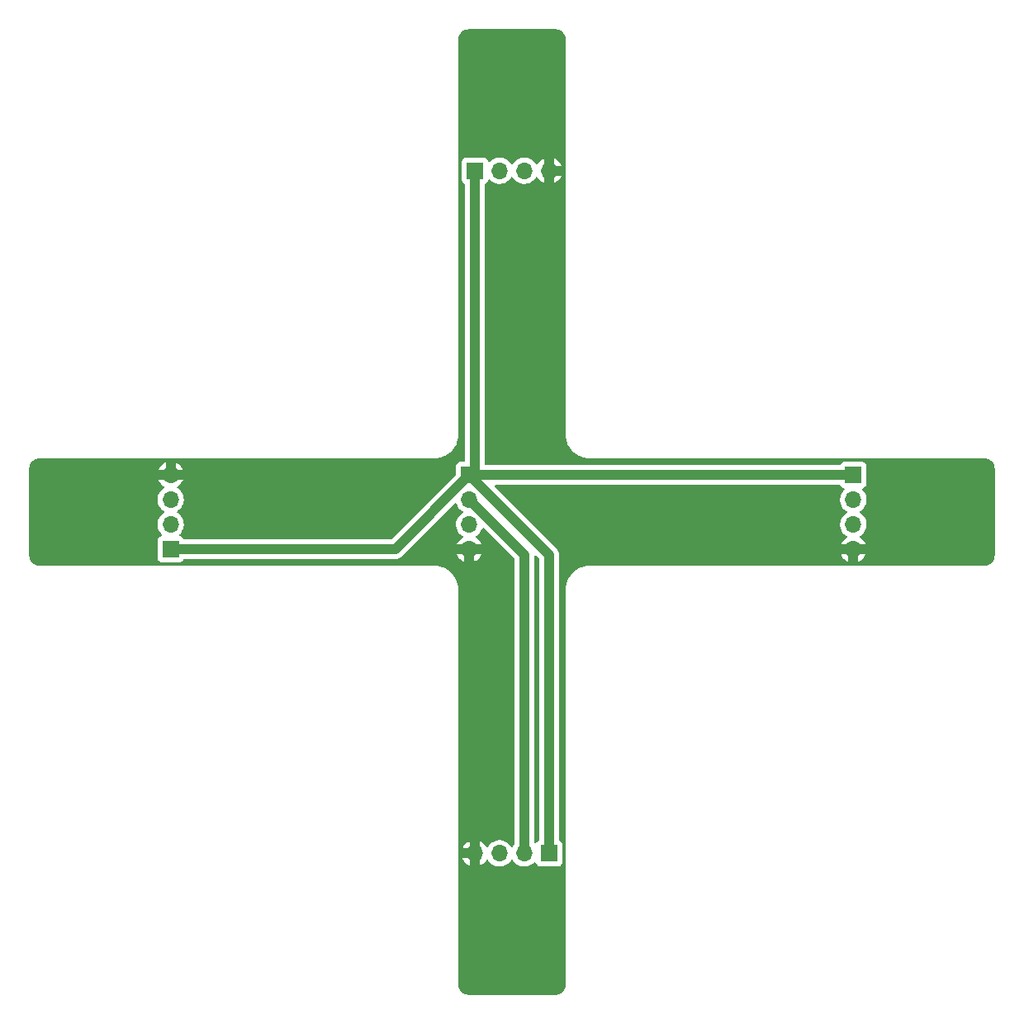
<source format=gbr>
%TF.GenerationSoftware,KiCad,Pcbnew,(6.0.0)*%
%TF.CreationDate,2022-11-17T23:24:07+01:00*%
%TF.ProjectId,Mora,4d6f7261-2e6b-4696-9361-645f70636258,rev?*%
%TF.SameCoordinates,Original*%
%TF.FileFunction,Copper,L1,Top*%
%TF.FilePolarity,Positive*%
%FSLAX46Y46*%
G04 Gerber Fmt 4.6, Leading zero omitted, Abs format (unit mm)*
G04 Created by KiCad (PCBNEW (6.0.0)) date 2022-11-17 23:24:07*
%MOMM*%
%LPD*%
G01*
G04 APERTURE LIST*
%TA.AperFunction,ComponentPad*%
%ADD10R,1.700000X1.700000*%
%TD*%
%TA.AperFunction,ComponentPad*%
%ADD11O,1.700000X1.700000*%
%TD*%
%TA.AperFunction,Conductor*%
%ADD12C,1.000000*%
%TD*%
G04 APERTURE END LIST*
D10*
%TO.P,M5,1,PWM*%
%TO.N,Net-(M1-Pad1)*%
X134199999Y-43000000D03*
D11*
%TO.P,M5,2,Tacho*%
%TO.N,unconnected-(M5-Pad2)*%
X136739999Y-43000000D03*
%TO.P,M5,3,12V*%
%TO.N,+12V*%
X139279999Y-43000000D03*
%TO.P,M5,4,GND*%
%TO.N,GND*%
X141819999Y-43000000D03*
%TD*%
D10*
%TO.P,M4,1,PWM*%
%TO.N,Net-(M1-Pad1)*%
X102999999Y-81800000D03*
D11*
%TO.P,M4,2,Tacho*%
%TO.N,unconnected-(M4-Pad2)*%
X102999999Y-79260000D03*
%TO.P,M4,3,12V*%
%TO.N,+12V*%
X102999999Y-76720000D03*
%TO.P,M4,4,GND*%
%TO.N,GND*%
X102999999Y-74180000D03*
%TD*%
%TO.P,M3,4,GND*%
%TO.N,GND*%
X134179999Y-113000000D03*
%TO.P,M3,3,12V*%
%TO.N,+12V*%
X136719999Y-113000000D03*
%TO.P,M3,2,Tacho*%
%TO.N,Net-(M1-Pad2)*%
X139259999Y-113000000D03*
D10*
%TO.P,M3,1,PWM*%
%TO.N,Net-(M1-Pad1)*%
X141799999Y-113000000D03*
%TD*%
D11*
%TO.P,M2,4,GND*%
%TO.N,GND*%
X172999999Y-81820000D03*
%TO.P,M2,3,12V*%
%TO.N,+12V*%
X172999999Y-79280000D03*
%TO.P,M2,2,Tacho*%
%TO.N,unconnected-(M2-Pad2)*%
X172999999Y-76740000D03*
D10*
%TO.P,M2,1,PWM*%
%TO.N,Net-(M1-Pad1)*%
X172999999Y-74200000D03*
%TD*%
D11*
%TO.P,M1,4,GND*%
%TO.N,GND*%
X133624999Y-81820000D03*
%TO.P,M1,3,12V*%
%TO.N,+12V*%
X133624999Y-79280000D03*
%TO.P,M1,2,Tacho*%
%TO.N,Net-(M1-Pad2)*%
X133624999Y-76740000D03*
D10*
%TO.P,M1,1,PWM*%
%TO.N,Net-(M1-Pad1)*%
X133624999Y-74200000D03*
%TD*%
D12*
%TO.N,Net-(M1-Pad1)*%
X134199999Y-73625000D02*
X133624999Y-74200000D01*
X134199999Y-43000000D02*
X134199999Y-73625000D01*
X133624999Y-74200000D02*
X172999999Y-74200000D01*
X126024999Y-81800000D02*
X102999999Y-81800000D01*
X141799999Y-82375000D02*
X141799999Y-113000000D01*
%TO.N,Net-(M1-Pad2)*%
X139259999Y-82375000D02*
X139259999Y-113000000D01*
X133624999Y-76740000D02*
X139259999Y-82375000D01*
%TO.N,Net-(M1-Pad1)*%
X133624999Y-74200000D02*
X141799999Y-82375000D01*
X126024999Y-81800000D02*
X133624999Y-74200000D01*
%TD*%
%TA.AperFunction,Conductor*%
%TO.N,GND*%
G36*
X142470056Y-28509500D02*
G01*
X142484857Y-28511805D01*
X142484860Y-28511805D01*
X142493729Y-28513186D01*
X142506377Y-28511532D01*
X142533691Y-28510948D01*
X142612681Y-28517859D01*
X142661280Y-28522111D01*
X142682903Y-28525923D01*
X142795887Y-28556197D01*
X142828635Y-28564972D01*
X142849274Y-28572484D01*
X142986009Y-28636245D01*
X143005029Y-28647227D01*
X143128617Y-28733764D01*
X143145442Y-28747882D01*
X143252117Y-28854557D01*
X143266235Y-28871382D01*
X143352772Y-28994970D01*
X143363754Y-29013990D01*
X143427515Y-29150725D01*
X143435027Y-29171364D01*
X143474075Y-29317092D01*
X143477889Y-29338722D01*
X143488448Y-29459419D01*
X143487895Y-29475879D01*
X143488304Y-29475884D01*
X143488194Y-29484858D01*
X143486813Y-29493730D01*
X143487977Y-29502632D01*
X143487977Y-29502635D01*
X143490935Y-29525251D01*
X143491999Y-29541589D01*
X143491999Y-69946793D01*
X143490253Y-69967697D01*
X143486928Y-69987461D01*
X143486775Y-70000000D01*
X143487465Y-70004815D01*
X143487626Y-70007290D01*
X143488194Y-70012885D01*
X143489055Y-70027120D01*
X143505734Y-70302858D01*
X143560426Y-70601301D01*
X143650692Y-70890975D01*
X143652254Y-70894445D01*
X143652256Y-70894451D01*
X143712954Y-71029315D01*
X143775216Y-71167656D01*
X143777185Y-71170913D01*
X143777187Y-71170917D01*
X143889782Y-71357171D01*
X143932183Y-71427311D01*
X143934524Y-71430299D01*
X143934526Y-71430302D01*
X143980924Y-71489524D01*
X144119303Y-71666152D01*
X144333847Y-71880696D01*
X144572688Y-72067816D01*
X144638329Y-72107497D01*
X144829082Y-72222812D01*
X144829086Y-72222814D01*
X144832343Y-72224783D01*
X144943885Y-72274984D01*
X145105548Y-72347743D01*
X145105554Y-72347745D01*
X145109024Y-72349307D01*
X145398698Y-72439573D01*
X145697141Y-72494265D01*
X145700932Y-72494494D01*
X145700938Y-72494495D01*
X145878994Y-72505264D01*
X145969212Y-72510721D01*
X145982516Y-72512239D01*
X145987460Y-72513071D01*
X145993937Y-72513150D01*
X145995140Y-72513165D01*
X145995144Y-72513165D01*
X145999999Y-72513224D01*
X146027587Y-72509273D01*
X146045450Y-72508000D01*
X186450671Y-72508000D01*
X186470056Y-72509500D01*
X186484857Y-72511805D01*
X186484860Y-72511805D01*
X186493729Y-72513186D01*
X186506377Y-72511532D01*
X186533691Y-72510948D01*
X186612681Y-72517859D01*
X186661280Y-72522111D01*
X186682903Y-72525923D01*
X186795887Y-72556197D01*
X186828635Y-72564972D01*
X186849274Y-72572484D01*
X186986009Y-72636245D01*
X187005029Y-72647227D01*
X187128617Y-72733764D01*
X187145442Y-72747882D01*
X187252117Y-72854557D01*
X187266235Y-72871382D01*
X187352772Y-72994970D01*
X187363754Y-73013990D01*
X187427515Y-73150725D01*
X187435027Y-73171364D01*
X187443802Y-73204112D01*
X187470911Y-73305283D01*
X187474075Y-73317092D01*
X187477888Y-73338719D01*
X187481728Y-73382609D01*
X187488448Y-73459419D01*
X187487895Y-73475879D01*
X187488304Y-73475884D01*
X187488194Y-73484858D01*
X187486813Y-73493730D01*
X187487977Y-73502632D01*
X187487977Y-73502635D01*
X187490935Y-73525251D01*
X187491999Y-73541589D01*
X187491999Y-82450672D01*
X187490499Y-82470057D01*
X187488369Y-82483738D01*
X187486813Y-82493730D01*
X187488392Y-82505803D01*
X187488467Y-82506375D01*
X187489051Y-82533692D01*
X187482140Y-82612682D01*
X187478876Y-82650001D01*
X187477889Y-82661278D01*
X187474076Y-82682904D01*
X187458072Y-82742630D01*
X187435027Y-82828636D01*
X187427515Y-82849275D01*
X187363754Y-82986010D01*
X187352772Y-83005030D01*
X187266235Y-83128618D01*
X187252117Y-83145443D01*
X187145442Y-83252118D01*
X187128617Y-83266236D01*
X187005029Y-83352773D01*
X186986009Y-83363755D01*
X186849274Y-83427516D01*
X186828634Y-83435028D01*
X186682903Y-83474077D01*
X186661280Y-83477889D01*
X186617390Y-83481729D01*
X186540580Y-83488449D01*
X186524120Y-83487896D01*
X186524115Y-83488305D01*
X186515141Y-83488195D01*
X186506269Y-83486814D01*
X186497367Y-83487978D01*
X186497364Y-83487978D01*
X186474748Y-83490936D01*
X186458410Y-83492000D01*
X146053206Y-83492000D01*
X146032302Y-83490254D01*
X146024105Y-83488875D01*
X146012538Y-83486929D01*
X146006210Y-83486852D01*
X146004858Y-83486835D01*
X146004854Y-83486835D01*
X145999999Y-83486776D01*
X145995184Y-83487466D01*
X145992709Y-83487627D01*
X145987114Y-83488195D01*
X145700937Y-83505505D01*
X145700931Y-83505506D01*
X145697141Y-83505735D01*
X145398698Y-83560427D01*
X145109024Y-83650693D01*
X145105554Y-83652255D01*
X145105548Y-83652257D01*
X144970684Y-83712955D01*
X144832343Y-83775217D01*
X144829086Y-83777186D01*
X144829082Y-83777188D01*
X144638329Y-83892503D01*
X144572688Y-83932184D01*
X144333847Y-84119304D01*
X144119303Y-84333848D01*
X143992976Y-84495093D01*
X143934526Y-84569698D01*
X143934524Y-84569701D01*
X143932183Y-84572689D01*
X143930216Y-84575943D01*
X143777187Y-84829083D01*
X143777185Y-84829087D01*
X143775216Y-84832344D01*
X143712954Y-84970685D01*
X143689433Y-85022947D01*
X143650692Y-85109025D01*
X143560426Y-85398699D01*
X143505734Y-85697142D01*
X143505505Y-85700933D01*
X143505504Y-85700939D01*
X143489278Y-85969210D01*
X143487760Y-85982517D01*
X143486928Y-85987461D01*
X143486775Y-86000000D01*
X143487465Y-86004815D01*
X143490726Y-86027588D01*
X143491999Y-86045451D01*
X143491999Y-126450672D01*
X143490499Y-126470056D01*
X143486813Y-126493730D01*
X143488453Y-126506270D01*
X143488467Y-126506375D01*
X143489051Y-126533692D01*
X143477889Y-126661278D01*
X143474075Y-126682908D01*
X143435027Y-126828636D01*
X143427515Y-126849275D01*
X143363754Y-126986010D01*
X143352772Y-127005030D01*
X143266235Y-127128618D01*
X143252117Y-127145443D01*
X143145442Y-127252118D01*
X143128617Y-127266236D01*
X143005029Y-127352773D01*
X142986009Y-127363755D01*
X142849274Y-127427516D01*
X142828634Y-127435028D01*
X142682903Y-127474077D01*
X142661280Y-127477889D01*
X142617390Y-127481729D01*
X142540580Y-127488449D01*
X142524120Y-127487896D01*
X142524115Y-127488305D01*
X142515141Y-127488195D01*
X142506269Y-127486814D01*
X142497367Y-127487978D01*
X142497364Y-127487978D01*
X142474748Y-127490936D01*
X142458410Y-127492000D01*
X133549327Y-127492000D01*
X133529942Y-127490500D01*
X133515141Y-127488195D01*
X133515138Y-127488195D01*
X133506269Y-127486814D01*
X133493621Y-127488468D01*
X133466307Y-127489052D01*
X133387317Y-127482141D01*
X133338718Y-127477889D01*
X133317095Y-127474077D01*
X133171364Y-127435028D01*
X133150724Y-127427516D01*
X133013989Y-127363755D01*
X132994969Y-127352773D01*
X132871381Y-127266236D01*
X132854556Y-127252118D01*
X132747881Y-127145443D01*
X132733763Y-127128618D01*
X132647226Y-127005030D01*
X132636244Y-126986010D01*
X132572483Y-126849275D01*
X132564971Y-126828636D01*
X132525923Y-126682908D01*
X132522109Y-126661278D01*
X132511550Y-126540581D01*
X132512103Y-126524121D01*
X132511694Y-126524116D01*
X132511804Y-126515142D01*
X132513185Y-126506270D01*
X132511546Y-126493730D01*
X132509063Y-126474749D01*
X132507999Y-126458411D01*
X132507999Y-113509376D01*
X132921071Y-113509376D01*
X132961769Y-113609603D01*
X132966412Y-113618794D01*
X133077693Y-113800388D01*
X133083776Y-113808699D01*
X133223212Y-113969667D01*
X133230579Y-113976883D01*
X133394433Y-114112916D01*
X133402880Y-114118831D01*
X133586755Y-114226279D01*
X133596042Y-114230729D01*
X133663077Y-114256327D01*
X133677133Y-114257442D01*
X133679999Y-114252290D01*
X133679999Y-113518115D01*
X133675524Y-113502876D01*
X133674134Y-113501671D01*
X133666451Y-113500000D01*
X132935379Y-113500000D01*
X132921848Y-113503973D01*
X132921071Y-113509376D01*
X132507999Y-113509376D01*
X132507999Y-112497513D01*
X132920375Y-112497513D01*
X132924192Y-112500000D01*
X133661884Y-112500000D01*
X133677123Y-112495525D01*
X133678328Y-112494135D01*
X133679999Y-112486452D01*
X133679999Y-111752766D01*
X133676026Y-111739235D01*
X133669044Y-111738231D01*
X133656867Y-111742212D01*
X133647358Y-111746209D01*
X133458462Y-111844542D01*
X133449737Y-111850036D01*
X133279432Y-111977905D01*
X133271725Y-111984748D01*
X133124589Y-112138717D01*
X133118103Y-112146727D01*
X132998097Y-112322649D01*
X132992999Y-112331623D01*
X132922468Y-112483570D01*
X132920375Y-112497513D01*
X132507999Y-112497513D01*
X132507999Y-86053208D01*
X132509745Y-86032304D01*
X132512263Y-86017336D01*
X132513070Y-86012540D01*
X132513223Y-86000001D01*
X132512533Y-85995186D01*
X132512372Y-85992711D01*
X132511804Y-85987116D01*
X132494494Y-85700939D01*
X132494493Y-85700933D01*
X132494264Y-85697143D01*
X132439572Y-85398700D01*
X132433808Y-85380201D01*
X132350439Y-85112662D01*
X132350439Y-85112661D01*
X132349306Y-85109026D01*
X132347742Y-85105549D01*
X132242819Y-84872422D01*
X132224782Y-84832345D01*
X132171890Y-84744850D01*
X132069782Y-84575944D01*
X132067815Y-84572690D01*
X132021107Y-84513071D01*
X131900502Y-84359131D01*
X131880695Y-84333849D01*
X131666151Y-84119305D01*
X131430300Y-83934527D01*
X131430298Y-83934526D01*
X131427310Y-83932185D01*
X131361669Y-83892504D01*
X131170916Y-83777189D01*
X131170912Y-83777187D01*
X131167655Y-83775218D01*
X131029315Y-83712956D01*
X130894450Y-83652258D01*
X130894444Y-83652256D01*
X130890974Y-83650694D01*
X130601300Y-83560428D01*
X130302857Y-83505736D01*
X130299066Y-83505507D01*
X130299060Y-83505506D01*
X130121004Y-83494737D01*
X130030786Y-83489280D01*
X130017482Y-83487762D01*
X130017339Y-83487738D01*
X130017340Y-83487738D01*
X130012538Y-83486930D01*
X130006061Y-83486851D01*
X130004858Y-83486836D01*
X130004854Y-83486836D01*
X129999999Y-83486777D01*
X129975721Y-83490254D01*
X129972411Y-83490728D01*
X129954548Y-83492001D01*
X110590252Y-83492001D01*
X89549327Y-83492000D01*
X89529942Y-83490500D01*
X89515141Y-83488195D01*
X89515138Y-83488195D01*
X89506269Y-83486814D01*
X89493621Y-83488468D01*
X89466307Y-83489052D01*
X89387317Y-83482141D01*
X89338718Y-83477889D01*
X89317095Y-83474077D01*
X89171364Y-83435028D01*
X89150724Y-83427516D01*
X89013989Y-83363755D01*
X88994969Y-83352773D01*
X88871381Y-83266236D01*
X88854556Y-83252118D01*
X88747881Y-83145443D01*
X88733763Y-83128618D01*
X88647226Y-83005030D01*
X88636244Y-82986010D01*
X88572483Y-82849275D01*
X88564971Y-82828636D01*
X88541926Y-82742630D01*
X88525922Y-82682904D01*
X88522109Y-82661278D01*
X88521123Y-82650001D01*
X88514467Y-82573924D01*
X88511550Y-82540581D01*
X88512103Y-82524121D01*
X88511694Y-82524116D01*
X88511804Y-82515142D01*
X88513185Y-82506270D01*
X88511546Y-82493730D01*
X88509063Y-82474749D01*
X88507999Y-82458411D01*
X88507999Y-79226695D01*
X101637250Y-79226695D01*
X101637547Y-79231848D01*
X101637547Y-79231851D01*
X101643010Y-79326590D01*
X101650109Y-79449715D01*
X101651246Y-79454761D01*
X101651247Y-79454767D01*
X101662948Y-79506686D01*
X101699221Y-79667639D01*
X101783265Y-79874616D01*
X101899986Y-80065088D01*
X102046249Y-80233938D01*
X102050229Y-80237242D01*
X102054980Y-80241187D01*
X102094615Y-80300090D01*
X102096112Y-80371071D01*
X102058996Y-80431593D01*
X102018723Y-80456112D01*
X101903294Y-80499385D01*
X101786738Y-80586739D01*
X101699384Y-80703295D01*
X101648254Y-80839684D01*
X101641499Y-80901866D01*
X101641499Y-82698134D01*
X101648254Y-82760316D01*
X101699384Y-82896705D01*
X101786738Y-83013261D01*
X101903294Y-83100615D01*
X102039683Y-83151745D01*
X102101865Y-83158500D01*
X103898133Y-83158500D01*
X103960315Y-83151745D01*
X104096704Y-83100615D01*
X104213260Y-83013261D01*
X104300614Y-82896705D01*
X104303766Y-82888296D01*
X104308076Y-82880425D01*
X104309740Y-82881336D01*
X104345662Y-82833510D01*
X104412223Y-82808807D01*
X104421008Y-82808500D01*
X125963156Y-82808500D01*
X125976763Y-82809237D01*
X126008261Y-82812659D01*
X126008266Y-82812659D01*
X126014387Y-82813324D01*
X126040637Y-82811027D01*
X126064387Y-82808950D01*
X126069213Y-82808621D01*
X126071685Y-82808500D01*
X126074768Y-82808500D01*
X126086737Y-82807326D01*
X126117505Y-82804310D01*
X126118818Y-82804188D01*
X126163083Y-82800315D01*
X126211412Y-82796087D01*
X126216531Y-82794600D01*
X126221832Y-82794080D01*
X126310833Y-82767209D01*
X126311966Y-82766874D01*
X126395413Y-82742630D01*
X126395417Y-82742628D01*
X126401335Y-82740909D01*
X126406067Y-82738456D01*
X126411168Y-82736916D01*
X126467787Y-82706812D01*
X126493259Y-82693269D01*
X126494425Y-82692657D01*
X126571452Y-82652729D01*
X126576925Y-82649892D01*
X126581088Y-82646569D01*
X126585795Y-82644066D01*
X126657917Y-82585245D01*
X126658773Y-82584554D01*
X126697972Y-82553262D01*
X126700476Y-82550758D01*
X126701194Y-82550116D01*
X126705527Y-82546415D01*
X126739061Y-82519065D01*
X126768287Y-82483737D01*
X126776276Y-82474958D01*
X126921858Y-82329376D01*
X132366071Y-82329376D01*
X132406769Y-82429603D01*
X132411412Y-82438794D01*
X132522693Y-82620388D01*
X132528776Y-82628699D01*
X132668212Y-82789667D01*
X132675579Y-82796883D01*
X132839433Y-82932916D01*
X132847880Y-82938831D01*
X133031755Y-83046279D01*
X133041042Y-83050729D01*
X133108077Y-83076327D01*
X133122133Y-83077442D01*
X133124999Y-83072290D01*
X133124999Y-83069221D01*
X134124999Y-83069221D01*
X134128972Y-83082752D01*
X134132841Y-83083308D01*
X134133866Y-83082992D01*
X134318094Y-82992739D01*
X134326944Y-82987464D01*
X134500327Y-82863792D01*
X134508199Y-82857139D01*
X134659051Y-82706812D01*
X134665729Y-82698965D01*
X134790002Y-82526020D01*
X134795312Y-82517183D01*
X134887249Y-82331164D01*
X134887323Y-82323233D01*
X134880415Y-82320000D01*
X134143114Y-82320000D01*
X134127875Y-82324475D01*
X134126670Y-82325865D01*
X134124999Y-82333548D01*
X134124999Y-83069221D01*
X133124999Y-83069221D01*
X133124999Y-82338115D01*
X133120524Y-82322876D01*
X133119134Y-82321671D01*
X133111451Y-82320000D01*
X132380379Y-82320000D01*
X132366848Y-82323973D01*
X132366071Y-82329376D01*
X126921858Y-82329376D01*
X129381405Y-79869829D01*
X132126152Y-77125081D01*
X132188464Y-77091055D01*
X132259279Y-77096120D01*
X132316115Y-77138667D01*
X132331990Y-77166772D01*
X132408265Y-77354616D01*
X132524986Y-77545088D01*
X132671249Y-77713938D01*
X132843125Y-77856632D01*
X132882218Y-77879476D01*
X132916444Y-77899476D01*
X132965168Y-77951114D01*
X132978239Y-78020897D01*
X132951508Y-78086669D01*
X132911054Y-78120027D01*
X132898606Y-78126507D01*
X132894473Y-78129610D01*
X132894470Y-78129612D01*
X132741623Y-78244373D01*
X132719964Y-78260635D01*
X132716392Y-78264373D01*
X132588312Y-78398401D01*
X132565628Y-78422138D01*
X132439742Y-78606680D01*
X132424002Y-78640590D01*
X132354971Y-78789305D01*
X132345687Y-78809305D01*
X132285988Y-79024570D01*
X132262250Y-79246695D01*
X132262547Y-79251848D01*
X132262547Y-79251851D01*
X132268010Y-79346590D01*
X132275109Y-79469715D01*
X132276246Y-79474761D01*
X132276247Y-79474767D01*
X132296118Y-79562939D01*
X132324221Y-79687639D01*
X132408265Y-79894616D01*
X132524986Y-80085088D01*
X132671249Y-80253938D01*
X132843125Y-80396632D01*
X132901761Y-80430896D01*
X132916954Y-80439774D01*
X132965678Y-80491412D01*
X132978749Y-80561195D01*
X132952018Y-80626967D01*
X132911561Y-80660327D01*
X132903456Y-80664546D01*
X132894737Y-80670036D01*
X132724432Y-80797905D01*
X132716725Y-80804748D01*
X132569589Y-80958717D01*
X132563103Y-80966727D01*
X132443097Y-81142649D01*
X132437999Y-81151623D01*
X132367468Y-81303570D01*
X132365375Y-81317513D01*
X132369192Y-81320000D01*
X134870375Y-81320000D01*
X134883906Y-81316027D01*
X134884616Y-81311089D01*
X134827971Y-81180814D01*
X134823104Y-81171739D01*
X134707425Y-80992926D01*
X134701135Y-80984757D01*
X134557805Y-80827240D01*
X134550272Y-80820215D01*
X134383138Y-80688222D01*
X134374555Y-80682520D01*
X134337601Y-80662120D01*
X134287630Y-80611687D01*
X134272858Y-80542245D01*
X134297974Y-80475839D01*
X134325326Y-80449232D01*
X134377078Y-80412318D01*
X134504859Y-80321173D01*
X134663095Y-80163489D01*
X134677467Y-80143489D01*
X134790434Y-79986277D01*
X134793452Y-79982077D01*
X134805630Y-79957438D01*
X134890135Y-79786453D01*
X134890136Y-79786451D01*
X134892429Y-79781811D01*
X134912476Y-79715827D01*
X134951415Y-79656467D01*
X135016269Y-79627579D01*
X135086445Y-79638340D01*
X135122128Y-79663364D01*
X138214594Y-82755829D01*
X138248620Y-82818141D01*
X138251499Y-82844924D01*
X138251499Y-112038381D01*
X138231497Y-112106502D01*
X138216593Y-112125432D01*
X138200628Y-112142138D01*
X138093200Y-112299621D01*
X138038292Y-112344621D01*
X137967767Y-112352792D01*
X137904020Y-112321538D01*
X137883323Y-112297054D01*
X137802821Y-112172617D01*
X137802819Y-112172614D01*
X137800013Y-112168277D01*
X137649669Y-112003051D01*
X137645618Y-111999852D01*
X137645614Y-111999848D01*
X137478413Y-111867800D01*
X137478409Y-111867798D01*
X137474358Y-111864598D01*
X137438027Y-111844542D01*
X137421002Y-111835144D01*
X137278788Y-111756638D01*
X137273919Y-111754914D01*
X137273915Y-111754912D01*
X137073086Y-111683795D01*
X137073082Y-111683794D01*
X137068211Y-111682069D01*
X137063118Y-111681162D01*
X137063115Y-111681161D01*
X136853372Y-111643800D01*
X136853366Y-111643799D01*
X136848283Y-111642894D01*
X136774451Y-111641992D01*
X136630080Y-111640228D01*
X136630078Y-111640228D01*
X136624910Y-111640165D01*
X136404090Y-111673955D01*
X136191755Y-111743357D01*
X135993606Y-111846507D01*
X135989473Y-111849610D01*
X135989470Y-111849612D01*
X135841364Y-111960813D01*
X135814964Y-111980635D01*
X135811392Y-111984373D01*
X135694683Y-112106502D01*
X135660628Y-112142138D01*
X135657714Y-112146410D01*
X135657713Y-112146411D01*
X135645403Y-112164457D01*
X135553203Y-112299618D01*
X135552897Y-112300066D01*
X135497986Y-112345069D01*
X135427461Y-112353240D01*
X135363714Y-112321986D01*
X135343017Y-112297502D01*
X135262425Y-112172926D01*
X135256135Y-112164757D01*
X135112805Y-112007240D01*
X135105272Y-112000215D01*
X134938138Y-111868222D01*
X134929551Y-111862517D01*
X134743113Y-111759597D01*
X134733704Y-111755369D01*
X134697075Y-111742398D01*
X134682995Y-111741626D01*
X134679999Y-111747337D01*
X134679999Y-114249221D01*
X134683972Y-114262752D01*
X134687841Y-114263308D01*
X134688866Y-114262992D01*
X134873094Y-114172739D01*
X134881944Y-114167464D01*
X135055327Y-114043792D01*
X135063199Y-114037139D01*
X135214051Y-113886812D01*
X135220729Y-113878965D01*
X135348021Y-113701819D01*
X135349278Y-113702722D01*
X135396372Y-113659362D01*
X135466310Y-113647145D01*
X135531750Y-113674678D01*
X135559578Y-113706511D01*
X135619986Y-113805088D01*
X135766249Y-113973938D01*
X135938125Y-114116632D01*
X136130999Y-114229338D01*
X136339691Y-114309030D01*
X136344759Y-114310061D01*
X136344762Y-114310062D01*
X136452016Y-114331883D01*
X136558596Y-114353567D01*
X136563771Y-114353757D01*
X136563773Y-114353757D01*
X136776672Y-114361564D01*
X136776676Y-114361564D01*
X136781836Y-114361753D01*
X136786956Y-114361097D01*
X136786958Y-114361097D01*
X136998287Y-114334025D01*
X136998288Y-114334025D01*
X137003415Y-114333368D01*
X137008365Y-114331883D01*
X137212428Y-114270661D01*
X137212433Y-114270659D01*
X137217383Y-114269174D01*
X137417993Y-114170896D01*
X137599859Y-114041173D01*
X137758095Y-113883489D01*
X137888452Y-113702077D01*
X137889775Y-113703028D01*
X137936644Y-113659857D01*
X138006579Y-113647625D01*
X138072025Y-113675144D01*
X138099874Y-113706994D01*
X138159986Y-113805088D01*
X138306249Y-113973938D01*
X138478125Y-114116632D01*
X138670999Y-114229338D01*
X138879691Y-114309030D01*
X138884759Y-114310061D01*
X138884762Y-114310062D01*
X138992016Y-114331883D01*
X139098596Y-114353567D01*
X139103771Y-114353757D01*
X139103773Y-114353757D01*
X139316672Y-114361564D01*
X139316676Y-114361564D01*
X139321836Y-114361753D01*
X139326956Y-114361097D01*
X139326958Y-114361097D01*
X139538287Y-114334025D01*
X139538288Y-114334025D01*
X139543415Y-114333368D01*
X139548365Y-114331883D01*
X139752428Y-114270661D01*
X139752433Y-114270659D01*
X139757383Y-114269174D01*
X139957993Y-114170896D01*
X140139859Y-114041173D01*
X140248090Y-113933319D01*
X140310461Y-113899404D01*
X140381267Y-113904592D01*
X140438029Y-113947238D01*
X140455011Y-113978341D01*
X140499384Y-114096705D01*
X140586738Y-114213261D01*
X140703294Y-114300615D01*
X140839683Y-114351745D01*
X140901865Y-114358500D01*
X142698133Y-114358500D01*
X142760315Y-114351745D01*
X142896704Y-114300615D01*
X143013260Y-114213261D01*
X143100614Y-114096705D01*
X143151744Y-113960316D01*
X143158499Y-113898134D01*
X143158499Y-112101866D01*
X143151744Y-112039684D01*
X143100614Y-111903295D01*
X143013260Y-111786739D01*
X142896704Y-111699385D01*
X142888295Y-111696233D01*
X142880424Y-111691923D01*
X142881335Y-111690259D01*
X142833509Y-111654337D01*
X142808806Y-111587776D01*
X142808499Y-111578991D01*
X142808499Y-82436843D01*
X142809236Y-82423236D01*
X142812658Y-82391738D01*
X142812658Y-82391733D01*
X142813323Y-82385612D01*
X142808949Y-82335612D01*
X142808620Y-82330786D01*
X142808551Y-82329376D01*
X171741071Y-82329376D01*
X171781769Y-82429603D01*
X171786412Y-82438794D01*
X171897693Y-82620388D01*
X171903776Y-82628699D01*
X172043212Y-82789667D01*
X172050579Y-82796883D01*
X172214433Y-82932916D01*
X172222880Y-82938831D01*
X172406755Y-83046279D01*
X172416042Y-83050729D01*
X172483077Y-83076327D01*
X172497133Y-83077442D01*
X172499999Y-83072290D01*
X172499999Y-83069221D01*
X173499999Y-83069221D01*
X173503972Y-83082752D01*
X173507841Y-83083308D01*
X173508866Y-83082992D01*
X173693094Y-82992739D01*
X173701944Y-82987464D01*
X173875327Y-82863792D01*
X173883199Y-82857139D01*
X174034051Y-82706812D01*
X174040729Y-82698965D01*
X174165002Y-82526020D01*
X174170312Y-82517183D01*
X174262249Y-82331164D01*
X174262323Y-82323233D01*
X174255415Y-82320000D01*
X173518114Y-82320000D01*
X173502875Y-82324475D01*
X173501670Y-82325865D01*
X173499999Y-82333548D01*
X173499999Y-83069221D01*
X172499999Y-83069221D01*
X172499999Y-82338115D01*
X172495524Y-82322876D01*
X172494134Y-82321671D01*
X172486451Y-82320000D01*
X171755379Y-82320000D01*
X171741848Y-82323973D01*
X171741071Y-82329376D01*
X142808551Y-82329376D01*
X142808499Y-82328314D01*
X142808499Y-82325231D01*
X142807325Y-82313262D01*
X142804309Y-82282494D01*
X142804187Y-82281181D01*
X142796622Y-82194718D01*
X142796086Y-82188587D01*
X142794599Y-82183468D01*
X142794079Y-82178167D01*
X142767208Y-82089166D01*
X142766873Y-82088033D01*
X142742629Y-82004586D01*
X142742627Y-82004582D01*
X142740908Y-81998664D01*
X142738455Y-81993932D01*
X142736915Y-81988831D01*
X142693268Y-81906740D01*
X142692656Y-81905574D01*
X142652728Y-81828547D01*
X142649891Y-81823074D01*
X142646568Y-81818911D01*
X142644065Y-81814204D01*
X142585244Y-81742082D01*
X142584553Y-81741226D01*
X142553261Y-81702027D01*
X142550757Y-81699523D01*
X142550115Y-81698805D01*
X142546414Y-81694472D01*
X142519064Y-81660938D01*
X142483736Y-81631712D01*
X142474957Y-81623723D01*
X139433635Y-78582401D01*
X136274828Y-75423595D01*
X136240802Y-75361283D01*
X136245867Y-75290468D01*
X136288414Y-75233632D01*
X136354934Y-75208821D01*
X136363923Y-75208500D01*
X171578990Y-75208500D01*
X171647111Y-75228502D01*
X171693604Y-75282158D01*
X171695902Y-75287694D01*
X171696231Y-75288296D01*
X171699384Y-75296705D01*
X171786738Y-75413261D01*
X171903294Y-75500615D01*
X171911703Y-75503767D01*
X171911704Y-75503768D01*
X172020450Y-75544535D01*
X172077215Y-75587176D01*
X172101915Y-75653738D01*
X172086708Y-75723087D01*
X172067315Y-75749568D01*
X171963312Y-75858401D01*
X171940628Y-75882138D01*
X171814742Y-76066680D01*
X171799002Y-76100590D01*
X171729971Y-76249305D01*
X171720687Y-76269305D01*
X171660988Y-76484570D01*
X171637250Y-76706695D01*
X171637547Y-76711848D01*
X171637547Y-76711851D01*
X171643010Y-76806590D01*
X171650109Y-76929715D01*
X171651246Y-76934761D01*
X171651247Y-76934767D01*
X171671118Y-77022939D01*
X171699221Y-77147639D01*
X171783265Y-77354616D01*
X171899986Y-77545088D01*
X172046249Y-77713938D01*
X172218125Y-77856632D01*
X172257218Y-77879476D01*
X172291444Y-77899476D01*
X172340168Y-77951114D01*
X172353239Y-78020897D01*
X172326508Y-78086669D01*
X172286054Y-78120027D01*
X172273606Y-78126507D01*
X172269473Y-78129610D01*
X172269470Y-78129612D01*
X172116623Y-78244373D01*
X172094964Y-78260635D01*
X172091392Y-78264373D01*
X171963312Y-78398401D01*
X171940628Y-78422138D01*
X171814742Y-78606680D01*
X171799002Y-78640590D01*
X171729971Y-78789305D01*
X171720687Y-78809305D01*
X171660988Y-79024570D01*
X171637250Y-79246695D01*
X171637547Y-79251848D01*
X171637547Y-79251851D01*
X171643010Y-79346590D01*
X171650109Y-79469715D01*
X171651246Y-79474761D01*
X171651247Y-79474767D01*
X171671118Y-79562939D01*
X171699221Y-79687639D01*
X171783265Y-79894616D01*
X171899986Y-80085088D01*
X172046249Y-80253938D01*
X172218125Y-80396632D01*
X172276761Y-80430896D01*
X172291954Y-80439774D01*
X172340678Y-80491412D01*
X172353749Y-80561195D01*
X172327018Y-80626967D01*
X172286561Y-80660327D01*
X172278456Y-80664546D01*
X172269737Y-80670036D01*
X172099432Y-80797905D01*
X172091725Y-80804748D01*
X171944589Y-80958717D01*
X171938103Y-80966727D01*
X171818097Y-81142649D01*
X171812999Y-81151623D01*
X171742468Y-81303570D01*
X171740375Y-81317513D01*
X171744192Y-81320000D01*
X174245375Y-81320000D01*
X174258906Y-81316027D01*
X174259616Y-81311089D01*
X174202971Y-81180814D01*
X174198104Y-81171739D01*
X174082425Y-80992926D01*
X174076135Y-80984757D01*
X173932805Y-80827240D01*
X173925272Y-80820215D01*
X173758138Y-80688222D01*
X173749555Y-80682520D01*
X173712601Y-80662120D01*
X173662630Y-80611687D01*
X173647858Y-80542245D01*
X173672974Y-80475839D01*
X173700326Y-80449232D01*
X173752078Y-80412318D01*
X173879859Y-80321173D01*
X174038095Y-80163489D01*
X174052467Y-80143489D01*
X174165434Y-79986277D01*
X174168452Y-79982077D01*
X174180630Y-79957438D01*
X174265135Y-79786453D01*
X174265136Y-79786451D01*
X174267429Y-79781811D01*
X174332369Y-79568069D01*
X174361528Y-79346590D01*
X174363155Y-79280000D01*
X174344851Y-79057361D01*
X174290430Y-78840702D01*
X174201353Y-78635840D01*
X174080013Y-78448277D01*
X173929669Y-78283051D01*
X173925618Y-78279852D01*
X173925614Y-78279848D01*
X173758413Y-78147800D01*
X173758409Y-78147798D01*
X173754358Y-78144598D01*
X173713052Y-78121796D01*
X173663083Y-78071364D01*
X173648311Y-78001921D01*
X173673427Y-77935516D01*
X173700779Y-77908909D01*
X173744602Y-77877650D01*
X173879859Y-77781173D01*
X174038095Y-77623489D01*
X174052467Y-77603489D01*
X174165434Y-77446277D01*
X174168452Y-77442077D01*
X174180630Y-77417438D01*
X174265135Y-77246453D01*
X174265136Y-77246451D01*
X174267429Y-77241811D01*
X174303649Y-77122596D01*
X174330864Y-77033023D01*
X174330864Y-77033021D01*
X174332369Y-77028069D01*
X174361528Y-76806590D01*
X174363155Y-76740000D01*
X174344851Y-76517361D01*
X174290430Y-76300702D01*
X174201353Y-76095840D01*
X174080013Y-75908277D01*
X174065764Y-75892617D01*
X173932797Y-75746488D01*
X173901745Y-75682642D01*
X173910140Y-75612143D01*
X173955316Y-75557375D01*
X173981760Y-75543706D01*
X174088296Y-75503767D01*
X174096704Y-75500615D01*
X174213260Y-75413261D01*
X174300614Y-75296705D01*
X174351744Y-75160316D01*
X174358499Y-75098134D01*
X174358499Y-73301866D01*
X174351744Y-73239684D01*
X174300614Y-73103295D01*
X174213260Y-72986739D01*
X174096704Y-72899385D01*
X173960315Y-72848255D01*
X173898133Y-72841500D01*
X172101865Y-72841500D01*
X172039683Y-72848255D01*
X171903294Y-72899385D01*
X171786738Y-72986739D01*
X171699384Y-73103295D01*
X171696232Y-73111703D01*
X171691922Y-73119575D01*
X171690258Y-73118664D01*
X171654336Y-73166490D01*
X171587775Y-73191193D01*
X171578990Y-73191500D01*
X135334499Y-73191500D01*
X135266378Y-73171498D01*
X135219885Y-73117842D01*
X135208499Y-73065500D01*
X135208499Y-44421009D01*
X135228501Y-44352888D01*
X135282157Y-44306395D01*
X135287693Y-44304097D01*
X135288295Y-44303768D01*
X135296704Y-44300615D01*
X135413260Y-44213261D01*
X135500614Y-44096705D01*
X135522798Y-44037529D01*
X135544597Y-43979382D01*
X135587239Y-43922618D01*
X135653801Y-43897918D01*
X135723149Y-43913126D01*
X135757816Y-43941114D01*
X135786249Y-43973938D01*
X135958125Y-44116632D01*
X136150999Y-44229338D01*
X136359691Y-44309030D01*
X136364759Y-44310061D01*
X136364762Y-44310062D01*
X136472016Y-44331883D01*
X136578596Y-44353567D01*
X136583771Y-44353757D01*
X136583773Y-44353757D01*
X136796672Y-44361564D01*
X136796676Y-44361564D01*
X136801836Y-44361753D01*
X136806956Y-44361097D01*
X136806958Y-44361097D01*
X137018287Y-44334025D01*
X137018288Y-44334025D01*
X137023415Y-44333368D01*
X137028365Y-44331883D01*
X137232428Y-44270661D01*
X137232433Y-44270659D01*
X137237383Y-44269174D01*
X137437993Y-44170896D01*
X137619859Y-44041173D01*
X137778095Y-43883489D01*
X137908452Y-43702077D01*
X137909775Y-43703028D01*
X137956644Y-43659857D01*
X138026579Y-43647625D01*
X138092025Y-43675144D01*
X138119874Y-43706994D01*
X138179986Y-43805088D01*
X138326249Y-43973938D01*
X138498125Y-44116632D01*
X138690999Y-44229338D01*
X138899691Y-44309030D01*
X138904759Y-44310061D01*
X138904762Y-44310062D01*
X139012016Y-44331883D01*
X139118596Y-44353567D01*
X139123771Y-44353757D01*
X139123773Y-44353757D01*
X139336672Y-44361564D01*
X139336676Y-44361564D01*
X139341836Y-44361753D01*
X139346956Y-44361097D01*
X139346958Y-44361097D01*
X139558287Y-44334025D01*
X139558288Y-44334025D01*
X139563415Y-44333368D01*
X139568365Y-44331883D01*
X139772428Y-44270661D01*
X139772433Y-44270659D01*
X139777383Y-44269174D01*
X139977993Y-44170896D01*
X140159859Y-44041173D01*
X140318095Y-43883489D01*
X140448452Y-43702077D01*
X140449639Y-43702930D01*
X140496959Y-43659362D01*
X140566896Y-43647145D01*
X140632337Y-43674678D01*
X140660165Y-43706511D01*
X140717693Y-43800388D01*
X140723776Y-43808699D01*
X140863212Y-43969667D01*
X140870579Y-43976883D01*
X141034433Y-44112916D01*
X141042880Y-44118831D01*
X141226755Y-44226279D01*
X141236042Y-44230729D01*
X141303077Y-44256327D01*
X141317133Y-44257442D01*
X141319999Y-44252290D01*
X141319999Y-44249221D01*
X142319999Y-44249221D01*
X142323972Y-44262752D01*
X142327841Y-44263308D01*
X142328866Y-44262992D01*
X142513094Y-44172739D01*
X142521944Y-44167464D01*
X142695327Y-44043792D01*
X142703199Y-44037139D01*
X142854051Y-43886812D01*
X142860729Y-43878965D01*
X142985002Y-43706020D01*
X142990312Y-43697183D01*
X143082249Y-43511164D01*
X143082323Y-43503233D01*
X143075415Y-43500000D01*
X142338114Y-43500000D01*
X142322875Y-43504475D01*
X142321670Y-43505865D01*
X142319999Y-43513548D01*
X142319999Y-44249221D01*
X141319999Y-44249221D01*
X141319999Y-42481885D01*
X142319999Y-42481885D01*
X142324474Y-42497124D01*
X142325864Y-42498329D01*
X142333547Y-42500000D01*
X143065375Y-42500000D01*
X143078906Y-42496027D01*
X143079616Y-42491089D01*
X143022971Y-42360814D01*
X143018104Y-42351739D01*
X142902425Y-42172926D01*
X142896135Y-42164757D01*
X142752805Y-42007240D01*
X142745272Y-42000215D01*
X142578138Y-41868222D01*
X142569551Y-41862517D01*
X142383113Y-41759597D01*
X142373704Y-41755369D01*
X142337075Y-41742398D01*
X142322995Y-41741626D01*
X142319999Y-41747337D01*
X142319999Y-42481885D01*
X141319999Y-42481885D01*
X141319999Y-41752766D01*
X141316026Y-41739235D01*
X141309044Y-41738231D01*
X141296867Y-41742212D01*
X141287358Y-41746209D01*
X141098462Y-41844542D01*
X141089737Y-41850036D01*
X140919432Y-41977905D01*
X140911725Y-41984748D01*
X140764589Y-42138717D01*
X140758108Y-42146722D01*
X140653497Y-42300074D01*
X140598586Y-42345076D01*
X140528061Y-42353247D01*
X140464314Y-42321993D01*
X140443617Y-42297509D01*
X140362821Y-42172617D01*
X140362819Y-42172614D01*
X140360013Y-42168277D01*
X140209669Y-42003051D01*
X140205618Y-41999852D01*
X140205614Y-41999848D01*
X140038413Y-41867800D01*
X140038409Y-41867798D01*
X140034358Y-41864598D01*
X139998027Y-41844542D01*
X139982135Y-41835769D01*
X139838788Y-41756638D01*
X139833919Y-41754914D01*
X139833915Y-41754912D01*
X139633086Y-41683795D01*
X139633082Y-41683794D01*
X139628211Y-41682069D01*
X139623118Y-41681162D01*
X139623115Y-41681161D01*
X139413372Y-41643800D01*
X139413366Y-41643799D01*
X139408283Y-41642894D01*
X139334451Y-41641992D01*
X139190080Y-41640228D01*
X139190078Y-41640228D01*
X139184910Y-41640165D01*
X138964090Y-41673955D01*
X138751755Y-41743357D01*
X138553606Y-41846507D01*
X138549473Y-41849610D01*
X138549470Y-41849612D01*
X138379099Y-41977530D01*
X138374964Y-41980635D01*
X138371392Y-41984373D01*
X138263728Y-42097037D01*
X138220628Y-42142138D01*
X138113200Y-42299621D01*
X138058292Y-42344621D01*
X137987767Y-42352792D01*
X137924020Y-42321538D01*
X137903323Y-42297054D01*
X137822821Y-42172617D01*
X137822819Y-42172614D01*
X137820013Y-42168277D01*
X137669669Y-42003051D01*
X137665618Y-41999852D01*
X137665614Y-41999848D01*
X137498413Y-41867800D01*
X137498409Y-41867798D01*
X137494358Y-41864598D01*
X137458027Y-41844542D01*
X137442135Y-41835769D01*
X137298788Y-41756638D01*
X137293919Y-41754914D01*
X137293915Y-41754912D01*
X137093086Y-41683795D01*
X137093082Y-41683794D01*
X137088211Y-41682069D01*
X137083118Y-41681162D01*
X137083115Y-41681161D01*
X136873372Y-41643800D01*
X136873366Y-41643799D01*
X136868283Y-41642894D01*
X136794451Y-41641992D01*
X136650080Y-41640228D01*
X136650078Y-41640228D01*
X136644910Y-41640165D01*
X136424090Y-41673955D01*
X136211755Y-41743357D01*
X136013606Y-41846507D01*
X136009473Y-41849610D01*
X136009470Y-41849612D01*
X135839099Y-41977530D01*
X135834964Y-41980635D01*
X135778536Y-42039684D01*
X135754282Y-42065064D01*
X135692758Y-42100494D01*
X135621845Y-42097037D01*
X135564059Y-42055791D01*
X135545206Y-42022243D01*
X135503766Y-41911703D01*
X135500614Y-41903295D01*
X135413260Y-41786739D01*
X135296704Y-41699385D01*
X135160315Y-41648255D01*
X135098133Y-41641500D01*
X133301865Y-41641500D01*
X133239683Y-41648255D01*
X133103294Y-41699385D01*
X132986738Y-41786739D01*
X132899384Y-41903295D01*
X132848254Y-42039684D01*
X132841499Y-42101866D01*
X132841499Y-43898134D01*
X132848254Y-43960316D01*
X132899384Y-44096705D01*
X132986738Y-44213261D01*
X133103294Y-44300615D01*
X133111703Y-44303767D01*
X133119574Y-44308077D01*
X133118663Y-44309741D01*
X133166489Y-44345663D01*
X133191192Y-44412224D01*
X133191499Y-44421009D01*
X133191499Y-72715500D01*
X133171497Y-72783621D01*
X133117841Y-72830114D01*
X133065499Y-72841500D01*
X132726865Y-72841500D01*
X132664683Y-72848255D01*
X132528294Y-72899385D01*
X132411738Y-72986739D01*
X132324384Y-73103295D01*
X132273254Y-73239684D01*
X132266499Y-73301866D01*
X132266499Y-74080075D01*
X132246497Y-74148196D01*
X132229594Y-74169170D01*
X125644170Y-80754595D01*
X125581858Y-80788621D01*
X125555075Y-80791500D01*
X104421008Y-80791500D01*
X104352887Y-80771498D01*
X104306394Y-80717842D01*
X104304096Y-80712306D01*
X104303766Y-80711703D01*
X104300614Y-80703295D01*
X104213260Y-80586739D01*
X104096704Y-80499385D01*
X104075436Y-80491412D01*
X103978202Y-80454960D01*
X103921438Y-80412318D01*
X103896738Y-80345756D01*
X103911946Y-80276408D01*
X103933492Y-80247727D01*
X104018025Y-80163489D01*
X104038095Y-80143489D01*
X104097593Y-80060689D01*
X104165434Y-79966277D01*
X104168452Y-79962077D01*
X104257545Y-79781811D01*
X104265135Y-79766453D01*
X104265136Y-79766451D01*
X104267429Y-79761811D01*
X104299899Y-79654940D01*
X104330864Y-79553023D01*
X104330864Y-79553021D01*
X104332369Y-79548069D01*
X104361528Y-79326590D01*
X104362584Y-79283365D01*
X104363073Y-79263365D01*
X104363073Y-79263361D01*
X104363155Y-79260000D01*
X104344851Y-79037361D01*
X104290430Y-78820702D01*
X104201353Y-78615840D01*
X104161905Y-78554862D01*
X104082821Y-78432617D01*
X104082819Y-78432614D01*
X104080013Y-78428277D01*
X103929669Y-78263051D01*
X103925618Y-78259852D01*
X103925614Y-78259848D01*
X103758413Y-78127800D01*
X103758409Y-78127798D01*
X103754358Y-78124598D01*
X103713052Y-78101796D01*
X103663083Y-78051364D01*
X103648311Y-77981921D01*
X103673427Y-77915516D01*
X103700779Y-77888909D01*
X103750663Y-77853327D01*
X103879859Y-77761173D01*
X104038095Y-77603489D01*
X104097593Y-77520689D01*
X104165434Y-77426277D01*
X104168452Y-77422077D01*
X104257545Y-77241811D01*
X104265135Y-77226453D01*
X104265136Y-77226451D01*
X104267429Y-77221811D01*
X104332369Y-77008069D01*
X104361528Y-76786590D01*
X104362584Y-76743365D01*
X104363073Y-76723365D01*
X104363073Y-76723361D01*
X104363155Y-76720000D01*
X104344851Y-76497361D01*
X104290430Y-76280702D01*
X104201353Y-76075840D01*
X104161905Y-76014862D01*
X104082821Y-75892617D01*
X104082819Y-75892614D01*
X104080013Y-75888277D01*
X103929669Y-75723051D01*
X103925618Y-75719852D01*
X103925614Y-75719848D01*
X103758413Y-75587800D01*
X103758409Y-75587798D01*
X103754358Y-75584598D01*
X103712568Y-75561529D01*
X103662597Y-75511097D01*
X103647825Y-75441654D01*
X103672941Y-75375248D01*
X103700293Y-75348641D01*
X103875327Y-75223792D01*
X103883199Y-75217139D01*
X104034051Y-75066812D01*
X104040729Y-75058965D01*
X104165002Y-74886020D01*
X104170312Y-74877183D01*
X104262249Y-74691164D01*
X104262323Y-74683233D01*
X104255415Y-74680000D01*
X101755379Y-74680000D01*
X101741848Y-74683973D01*
X101741071Y-74689376D01*
X101781769Y-74789603D01*
X101786412Y-74798794D01*
X101897693Y-74980388D01*
X101903776Y-74988699D01*
X102043212Y-75149667D01*
X102050579Y-75156883D01*
X102214433Y-75292916D01*
X102222880Y-75298831D01*
X102291968Y-75339203D01*
X102340692Y-75390842D01*
X102353763Y-75460625D01*
X102327032Y-75526396D01*
X102286583Y-75559752D01*
X102273606Y-75566507D01*
X102269473Y-75569610D01*
X102269470Y-75569612D01*
X102246968Y-75586507D01*
X102094964Y-75700635D01*
X101940628Y-75862138D01*
X101937714Y-75866410D01*
X101937713Y-75866411D01*
X101852555Y-75991249D01*
X101814742Y-76046680D01*
X101720687Y-76249305D01*
X101660988Y-76464570D01*
X101637250Y-76686695D01*
X101637547Y-76691848D01*
X101637547Y-76691851D01*
X101643010Y-76786590D01*
X101650109Y-76909715D01*
X101651246Y-76914761D01*
X101651247Y-76914767D01*
X101671118Y-77002939D01*
X101699221Y-77127639D01*
X101783265Y-77334616D01*
X101899986Y-77525088D01*
X102046249Y-77693938D01*
X102218125Y-77836632D01*
X102252351Y-77856632D01*
X102291444Y-77879476D01*
X102340168Y-77931114D01*
X102353239Y-78000897D01*
X102326508Y-78066669D01*
X102286054Y-78100027D01*
X102273606Y-78106507D01*
X102269473Y-78109610D01*
X102269470Y-78109612D01*
X102099099Y-78237530D01*
X102094964Y-78240635D01*
X101940628Y-78402138D01*
X101937714Y-78406410D01*
X101937713Y-78406411D01*
X101852555Y-78531249D01*
X101814742Y-78586680D01*
X101720687Y-78789305D01*
X101660988Y-79004570D01*
X101637250Y-79226695D01*
X88507999Y-79226695D01*
X88507999Y-73677513D01*
X101740375Y-73677513D01*
X101744192Y-73680000D01*
X102481884Y-73680000D01*
X102497123Y-73675525D01*
X102498328Y-73674135D01*
X102499999Y-73666452D01*
X102499999Y-73661885D01*
X103499999Y-73661885D01*
X103504474Y-73677124D01*
X103505864Y-73678329D01*
X103513547Y-73680000D01*
X104245375Y-73680000D01*
X104258906Y-73676027D01*
X104259616Y-73671089D01*
X104202971Y-73540814D01*
X104198104Y-73531739D01*
X104082425Y-73352926D01*
X104076135Y-73344757D01*
X103932805Y-73187240D01*
X103925272Y-73180215D01*
X103758138Y-73048222D01*
X103749551Y-73042517D01*
X103563113Y-72939597D01*
X103553704Y-72935369D01*
X103517075Y-72922398D01*
X103502995Y-72921626D01*
X103499999Y-72927337D01*
X103499999Y-73661885D01*
X102499999Y-73661885D01*
X102499999Y-72932766D01*
X102496026Y-72919235D01*
X102489044Y-72918231D01*
X102476867Y-72922212D01*
X102467358Y-72926209D01*
X102278462Y-73024542D01*
X102269737Y-73030036D01*
X102099432Y-73157905D01*
X102091725Y-73164748D01*
X101944589Y-73318717D01*
X101938103Y-73326727D01*
X101818097Y-73502649D01*
X101812999Y-73511623D01*
X101742468Y-73663570D01*
X101740375Y-73677513D01*
X88507999Y-73677513D01*
X88507999Y-73549328D01*
X88509499Y-73529943D01*
X88511804Y-73515142D01*
X88511804Y-73515139D01*
X88513185Y-73506270D01*
X88511531Y-73493622D01*
X88510947Y-73466308D01*
X88517858Y-73387318D01*
X88522110Y-73338719D01*
X88525923Y-73317092D01*
X88529088Y-73305283D01*
X88556196Y-73204112D01*
X88564971Y-73171364D01*
X88572483Y-73150725D01*
X88636244Y-73013990D01*
X88647226Y-72994970D01*
X88733763Y-72871382D01*
X88747881Y-72854557D01*
X88854556Y-72747882D01*
X88871381Y-72733764D01*
X88994969Y-72647227D01*
X89013989Y-72636245D01*
X89150724Y-72572484D01*
X89171363Y-72564972D01*
X89204111Y-72556197D01*
X89317095Y-72525923D01*
X89338718Y-72522111D01*
X89382608Y-72518271D01*
X89459418Y-72511551D01*
X89475878Y-72512104D01*
X89475883Y-72511695D01*
X89484857Y-72511805D01*
X89493729Y-72513186D01*
X89502631Y-72512022D01*
X89502634Y-72512022D01*
X89525250Y-72509064D01*
X89541588Y-72508000D01*
X129946793Y-72508000D01*
X129967697Y-72509746D01*
X129987461Y-72513071D01*
X129993789Y-72513148D01*
X129995141Y-72513165D01*
X129995145Y-72513165D01*
X130000000Y-72513224D01*
X130004815Y-72512534D01*
X130007290Y-72512373D01*
X130012885Y-72511805D01*
X130299062Y-72494495D01*
X130299068Y-72494494D01*
X130302858Y-72494265D01*
X130601301Y-72439573D01*
X130890975Y-72349307D01*
X130894445Y-72347745D01*
X130894451Y-72347743D01*
X131056114Y-72274984D01*
X131167656Y-72224783D01*
X131170913Y-72222814D01*
X131170917Y-72222812D01*
X131361670Y-72107497D01*
X131427311Y-72067816D01*
X131666152Y-71880696D01*
X131880696Y-71666152D01*
X132019075Y-71489524D01*
X132065473Y-71430302D01*
X132065475Y-71430299D01*
X132067816Y-71427311D01*
X132110217Y-71357171D01*
X132222812Y-71170917D01*
X132222814Y-71170913D01*
X132224783Y-71167656D01*
X132287045Y-71029315D01*
X132347743Y-70894451D01*
X132347745Y-70894445D01*
X132349307Y-70890975D01*
X132439573Y-70601301D01*
X132494265Y-70302858D01*
X132499741Y-70212334D01*
X132510721Y-70030790D01*
X132512239Y-70017483D01*
X132512263Y-70017340D01*
X132513071Y-70012539D01*
X132513224Y-70000000D01*
X132509273Y-69972412D01*
X132508000Y-69954549D01*
X132507999Y-29549328D01*
X132509499Y-29529943D01*
X132511804Y-29515142D01*
X132511804Y-29515139D01*
X132513185Y-29506270D01*
X132511531Y-29493622D01*
X132510947Y-29466308D01*
X132522109Y-29338722D01*
X132525923Y-29317092D01*
X132564971Y-29171364D01*
X132572483Y-29150725D01*
X132636244Y-29013990D01*
X132647226Y-28994970D01*
X132733763Y-28871382D01*
X132747881Y-28854557D01*
X132854556Y-28747882D01*
X132871381Y-28733764D01*
X132994969Y-28647227D01*
X133013989Y-28636245D01*
X133150724Y-28572484D01*
X133171363Y-28564972D01*
X133204111Y-28556197D01*
X133317095Y-28525923D01*
X133338718Y-28522111D01*
X133382608Y-28518271D01*
X133459418Y-28511551D01*
X133475878Y-28512104D01*
X133475883Y-28511695D01*
X133484857Y-28511805D01*
X133493729Y-28513186D01*
X133502631Y-28512022D01*
X133502634Y-28512022D01*
X133525250Y-28509064D01*
X133541588Y-28508000D01*
X142450671Y-28508000D01*
X142470056Y-28509500D01*
G37*
%TD.AperFunction*%
%TD*%
%TA.AperFunction,NonConductor*%
G36*
X140477011Y-82478700D02*
G01*
X140483594Y-82484829D01*
X140754594Y-82755829D01*
X140788620Y-82818141D01*
X140791499Y-82844924D01*
X140791499Y-111578991D01*
X140771497Y-111647112D01*
X140717841Y-111693605D01*
X140712305Y-111695903D01*
X140711703Y-111696232D01*
X140703294Y-111699385D01*
X140586738Y-111786739D01*
X140499384Y-111903295D01*
X140498228Y-111902429D01*
X140454762Y-111945798D01*
X140385371Y-111960813D01*
X140318879Y-111935929D01*
X140276395Y-111879046D01*
X140268499Y-111835144D01*
X140268499Y-82573924D01*
X140288501Y-82505803D01*
X140342157Y-82459310D01*
X140412431Y-82449206D01*
X140477011Y-82478700D01*
G37*
%TD.AperFunction*%
M02*

</source>
